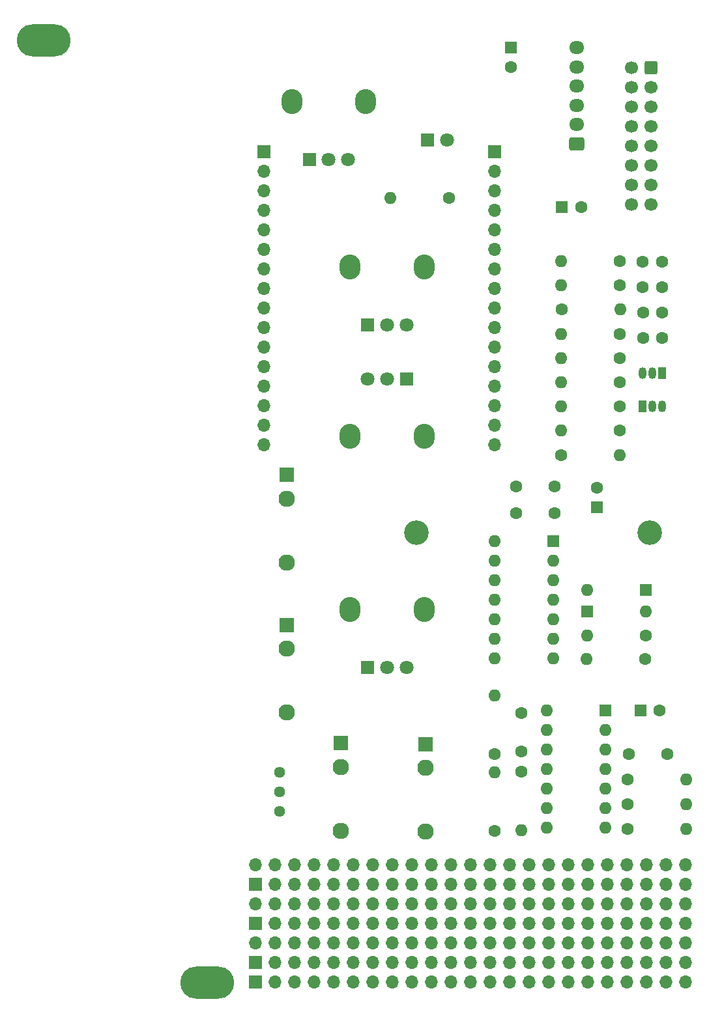
<source format=gbr>
%TF.GenerationSoftware,KiCad,Pcbnew,7.0.9*%
%TF.CreationDate,2023-12-08T22:38:07+01:00*%
%TF.ProjectId,MiniOSC-handscore,4d696e69-4f53-4432-9d68-616e6473636f,rev?*%
%TF.SameCoordinates,Original*%
%TF.FileFunction,Soldermask,Top*%
%TF.FilePolarity,Negative*%
%FSLAX46Y46*%
G04 Gerber Fmt 4.6, Leading zero omitted, Abs format (unit mm)*
G04 Created by KiCad (PCBNEW 7.0.9) date 2023-12-08 22:38:07*
%MOMM*%
%LPD*%
G01*
G04 APERTURE LIST*
G04 Aperture macros list*
%AMRoundRect*
0 Rectangle with rounded corners*
0 $1 Rounding radius*
0 $2 $3 $4 $5 $6 $7 $8 $9 X,Y pos of 4 corners*
0 Add a 4 corners polygon primitive as box body*
4,1,4,$2,$3,$4,$5,$6,$7,$8,$9,$2,$3,0*
0 Add four circle primitives for the rounded corners*
1,1,$1+$1,$2,$3*
1,1,$1+$1,$4,$5*
1,1,$1+$1,$6,$7*
1,1,$1+$1,$8,$9*
0 Add four rect primitives between the rounded corners*
20,1,$1+$1,$2,$3,$4,$5,0*
20,1,$1+$1,$4,$5,$6,$7,0*
20,1,$1+$1,$6,$7,$8,$9,0*
20,1,$1+$1,$8,$9,$2,$3,0*%
G04 Aperture macros list end*
%ADD10O,1.700000X1.700000*%
%ADD11R,1.700000X1.700000*%
%ADD12O,2.720000X3.240000*%
%ADD13R,1.800000X1.800000*%
%ADD14C,1.800000*%
%ADD15C,1.440000*%
%ADD16R,1.930000X1.830000*%
%ADD17C,2.130000*%
%ADD18C,1.600000*%
%ADD19O,1.600000X1.600000*%
%ADD20C,3.200000*%
%ADD21O,7.000000X4.200000*%
%ADD22RoundRect,0.250000X0.600000X0.600000X-0.600000X0.600000X-0.600000X-0.600000X0.600000X-0.600000X0*%
%ADD23C,1.700000*%
%ADD24R,1.600000X1.600000*%
%ADD25RoundRect,0.250000X0.725000X-0.600000X0.725000X0.600000X-0.725000X0.600000X-0.725000X-0.600000X0*%
%ADD26O,1.950000X1.700000*%
%ADD27R,1.050000X1.500000*%
%ADD28O,1.050000X1.500000*%
G04 APERTURE END LIST*
D10*
%TO.C,REF\u002A\u002A*%
X127762000Y-170434000D03*
X125222000Y-170434000D03*
X122682000Y-170434000D03*
X120142000Y-170434000D03*
X117602000Y-170434000D03*
X115062000Y-170434000D03*
X112522000Y-170434000D03*
X109982000Y-170434000D03*
X107442000Y-170434000D03*
X104902000Y-170434000D03*
X102362000Y-170434000D03*
X99822000Y-170434000D03*
X97282000Y-170434000D03*
X94742000Y-170434000D03*
X92202000Y-170434000D03*
X89662000Y-170434000D03*
X87122000Y-170434000D03*
X84582000Y-170434000D03*
X82042000Y-170434000D03*
X79502000Y-170434000D03*
X76962000Y-170434000D03*
X74422000Y-170434000D03*
D11*
X71882000Y-170434000D03*
%TD*%
D10*
%TO.C,REF\u002A\u002A*%
X127762000Y-160274000D03*
X127762000Y-162814000D03*
X125222000Y-160274000D03*
X125222000Y-162814000D03*
X122682000Y-160274000D03*
X122682000Y-162814000D03*
X120142000Y-160274000D03*
X120142000Y-162814000D03*
X117602000Y-160274000D03*
X117602000Y-162814000D03*
X115062000Y-160274000D03*
X115062000Y-162814000D03*
X112522000Y-160274000D03*
X112522000Y-162814000D03*
X109982000Y-160274000D03*
X109982000Y-162814000D03*
X107442000Y-160274000D03*
X107442000Y-162814000D03*
X104902000Y-160274000D03*
X104902000Y-162814000D03*
X102362000Y-160274000D03*
X102362000Y-162814000D03*
X99822000Y-160274000D03*
X99822000Y-162814000D03*
X97282000Y-160274000D03*
X97282000Y-162814000D03*
X94742000Y-160274000D03*
X94742000Y-162814000D03*
X92202000Y-160274000D03*
X92202000Y-162814000D03*
X89662000Y-160274000D03*
X89662000Y-162814000D03*
X87122000Y-160274000D03*
X87122000Y-162814000D03*
X84582000Y-160274000D03*
X84582000Y-162814000D03*
X82042000Y-160274000D03*
X82042000Y-162814000D03*
X79502000Y-160274000D03*
X79502000Y-162814000D03*
X76962000Y-160274000D03*
X76962000Y-162814000D03*
X74422000Y-160274000D03*
X74422000Y-162814000D03*
X71882000Y-160274000D03*
D11*
X71882000Y-162814000D03*
%TD*%
D10*
%TO.C,REF\u002A\u002A*%
X127762000Y-165354000D03*
X127762000Y-167894000D03*
X125222000Y-165354000D03*
X125222000Y-167894000D03*
X122682000Y-165354000D03*
X122682000Y-167894000D03*
X120142000Y-165354000D03*
X120142000Y-167894000D03*
X117602000Y-165354000D03*
X117602000Y-167894000D03*
X115062000Y-165354000D03*
X115062000Y-167894000D03*
X112522000Y-165354000D03*
X112522000Y-167894000D03*
X109982000Y-165354000D03*
X109982000Y-167894000D03*
X107442000Y-165354000D03*
X107442000Y-167894000D03*
X104902000Y-165354000D03*
X104902000Y-167894000D03*
X102362000Y-165354000D03*
X102362000Y-167894000D03*
X99822000Y-165354000D03*
X99822000Y-167894000D03*
X97282000Y-165354000D03*
X97282000Y-167894000D03*
X94742000Y-165354000D03*
X94742000Y-167894000D03*
X92202000Y-165354000D03*
X92202000Y-167894000D03*
X89662000Y-165354000D03*
X89662000Y-167894000D03*
X87122000Y-165354000D03*
X87122000Y-167894000D03*
X84582000Y-165354000D03*
X84582000Y-167894000D03*
X82042000Y-165354000D03*
X82042000Y-167894000D03*
X79502000Y-165354000D03*
X79502000Y-167894000D03*
X76962000Y-165354000D03*
X76962000Y-167894000D03*
X74422000Y-165354000D03*
X74422000Y-167894000D03*
X71882000Y-165354000D03*
D11*
X71882000Y-167894000D03*
%TD*%
%TO.C,REF\u002A\u002A*%
X71882000Y-157734000D03*
D10*
X71882000Y-155194000D03*
X74422000Y-157734000D03*
X74422000Y-155194000D03*
X76962000Y-157734000D03*
X76962000Y-155194000D03*
X79502000Y-157734000D03*
X79502000Y-155194000D03*
X82042000Y-157734000D03*
X82042000Y-155194000D03*
X84582000Y-157734000D03*
X84582000Y-155194000D03*
X87122000Y-157734000D03*
X87122000Y-155194000D03*
X89662000Y-157734000D03*
X89662000Y-155194000D03*
X92202000Y-157734000D03*
X92202000Y-155194000D03*
X94742000Y-157734000D03*
X94742000Y-155194000D03*
X97282000Y-157734000D03*
X97282000Y-155194000D03*
X99822000Y-157734000D03*
X99822000Y-155194000D03*
X102362000Y-157734000D03*
X102362000Y-155194000D03*
X104902000Y-157734000D03*
X104902000Y-155194000D03*
X107442000Y-157734000D03*
X107442000Y-155194000D03*
X109982000Y-157734000D03*
X109982000Y-155194000D03*
X112522000Y-157734000D03*
X112522000Y-155194000D03*
X115062000Y-157734000D03*
X115062000Y-155194000D03*
X117602000Y-157734000D03*
X117602000Y-155194000D03*
X120142000Y-157734000D03*
X120142000Y-155194000D03*
X122682000Y-157734000D03*
X122682000Y-155194000D03*
X125222000Y-157734000D03*
X125222000Y-155194000D03*
X127762000Y-157734000D03*
X127762000Y-155194000D03*
%TD*%
D12*
%TO.C,TUNING_FINE1*%
X84200000Y-77500000D03*
X93800000Y-77500000D03*
D13*
X86500000Y-85000000D03*
D14*
X89000000Y-85000000D03*
X91500000Y-85000000D03*
%TD*%
D12*
%TO.C,TUNING_COARSE1*%
X76600000Y-56000000D03*
X86200000Y-56000000D03*
D13*
X78900000Y-63500000D03*
D14*
X81400000Y-63500000D03*
X83900000Y-63500000D03*
%TD*%
D15*
%TO.C,SCALE1*%
X75000000Y-148250000D03*
X75000000Y-145710000D03*
X75000000Y-143170000D03*
%TD*%
D16*
%TO.C,J6*%
X83000000Y-139400000D03*
D17*
X83000000Y-150800000D03*
X83000000Y-142500000D03*
%TD*%
D16*
%TO.C,J5*%
X94000000Y-139500000D03*
D17*
X94000000Y-150900000D03*
X94000000Y-142600000D03*
%TD*%
D16*
%TO.C,J4*%
X76000000Y-104500000D03*
D17*
X76000000Y-115900000D03*
X76000000Y-107600000D03*
%TD*%
D16*
%TO.C,J3*%
X76000000Y-124000000D03*
D17*
X76000000Y-135400000D03*
X76000000Y-127100000D03*
%TD*%
D12*
%TO.C,FM_AMOUNT1*%
X93800000Y-99500000D03*
X84200000Y-99500000D03*
D13*
X91500000Y-92000000D03*
D14*
X89000000Y-92000000D03*
X86500000Y-92000000D03*
%TD*%
D12*
%TO.C,PULSE_WIDTH1*%
X84200000Y-122000000D03*
X93800000Y-122000000D03*
D13*
X86500000Y-129500000D03*
D14*
X89000000Y-129500000D03*
X91500000Y-129500000D03*
%TD*%
D13*
%TO.C,D3*%
X94250000Y-61000000D03*
D14*
X96790000Y-61000000D03*
%TD*%
D18*
%TO.C,R18*%
X97000000Y-68500000D03*
D19*
X89380000Y-68500000D03*
%TD*%
D11*
%TO.C,J1*%
X103000000Y-62500000D03*
D10*
X103000000Y-65040000D03*
X103000000Y-67580000D03*
X103000000Y-70120000D03*
X103000000Y-72660000D03*
X103000000Y-75200000D03*
X103000000Y-77740000D03*
X103000000Y-80280000D03*
X103000000Y-82820000D03*
X103000000Y-85360000D03*
X103000000Y-87900000D03*
X103000000Y-90440000D03*
X103000000Y-92980000D03*
X103000000Y-95520000D03*
X103000000Y-98060000D03*
X103000000Y-100600000D03*
%TD*%
D20*
%TO.C,REF\u002A\u002A*%
X123100000Y-112000000D03*
%TD*%
%TO.C,REF\u002A\u002A*%
X92800000Y-112000000D03*
%TD*%
D21*
%TO.C,REF\u002A\u002A*%
X44400000Y-48000000D03*
%TD*%
%TO.C,REF\u002A\u002A*%
X65600000Y-170500000D03*
%TD*%
D18*
%TO.C,C7*%
X120400000Y-140800000D03*
X125400000Y-140800000D03*
%TD*%
D11*
%TO.C,J2*%
X73000000Y-62500000D03*
D10*
X73000000Y-65040000D03*
X73000000Y-67580000D03*
X73000000Y-70120000D03*
X73000000Y-72660000D03*
X73000000Y-75200000D03*
X73000000Y-77740000D03*
X73000000Y-80280000D03*
X73000000Y-82820000D03*
X73000000Y-85360000D03*
X73000000Y-87900000D03*
X73000000Y-90440000D03*
X73000000Y-92980000D03*
X73000000Y-95520000D03*
X73000000Y-98060000D03*
X73000000Y-100600000D03*
%TD*%
D18*
%TO.C,C6*%
X105800000Y-109500000D03*
X110800000Y-109500000D03*
%TD*%
%TO.C,R7*%
X106400000Y-143100000D03*
D19*
X106400000Y-150720000D03*
%TD*%
D18*
%TO.C,TH4*%
X124700000Y-76800000D03*
X122200000Y-76800000D03*
%TD*%
D22*
%TO.C,J8*%
X123300000Y-51600000D03*
D23*
X120760000Y-51600000D03*
X123300000Y-54140000D03*
X120760000Y-54140000D03*
X123300000Y-56680000D03*
X120760000Y-56680000D03*
X123300000Y-59220000D03*
X120760000Y-59220000D03*
X123300000Y-61760000D03*
X120760000Y-61760000D03*
X123300000Y-64300000D03*
X120760000Y-64300000D03*
X123300000Y-66840000D03*
X120760000Y-66840000D03*
X123300000Y-69380000D03*
X120760000Y-69380000D03*
%TD*%
D18*
%TO.C,R11*%
X119250000Y-95600000D03*
D19*
X111630000Y-95600000D03*
%TD*%
D24*
%TO.C,C2*%
X121900000Y-135100000D03*
D18*
X124400000Y-135100000D03*
%TD*%
%TO.C,R1*%
X119250000Y-89300000D03*
D19*
X111630000Y-89300000D03*
%TD*%
D18*
%TO.C,R14*%
X120200000Y-147300000D03*
D19*
X127820000Y-147300000D03*
%TD*%
D18*
%TO.C,TH3*%
X122200000Y-80100000D03*
X124700000Y-80100000D03*
%TD*%
D25*
%TO.C,J7*%
X113600000Y-61450000D03*
D26*
X113600000Y-58950000D03*
X113600000Y-56450000D03*
X113600000Y-53950000D03*
X113600000Y-51450000D03*
X113600000Y-48950000D03*
%TD*%
D18*
%TO.C,R2*%
X119250000Y-86150000D03*
D19*
X111630000Y-86150000D03*
%TD*%
D24*
%TO.C,U1*%
X117400000Y-135100000D03*
D19*
X117400000Y-137640000D03*
X117400000Y-140180000D03*
X117400000Y-142720000D03*
X117400000Y-145260000D03*
X117400000Y-147800000D03*
X117400000Y-150340000D03*
X109780000Y-150340000D03*
X109780000Y-147800000D03*
X109780000Y-145260000D03*
X109780000Y-142720000D03*
X109780000Y-140180000D03*
X109780000Y-137640000D03*
X109780000Y-135100000D03*
%TD*%
D18*
%TO.C,C1*%
X110800000Y-106000000D03*
X105800000Y-106000000D03*
%TD*%
%TO.C,R8*%
X122600000Y-125350000D03*
D19*
X114980000Y-125350000D03*
%TD*%
D18*
%TO.C,R6*%
X119250000Y-92450000D03*
D19*
X111630000Y-92450000D03*
%TD*%
D24*
%TO.C,C3*%
X116300000Y-108700000D03*
D18*
X116300000Y-106200000D03*
%TD*%
D24*
%TO.C,U2*%
X110600000Y-113100000D03*
D19*
X110600000Y-115640000D03*
X110600000Y-118180000D03*
X110600000Y-120720000D03*
X110600000Y-123260000D03*
X110600000Y-125800000D03*
X110600000Y-128340000D03*
X102980000Y-128340000D03*
X102980000Y-125800000D03*
X102980000Y-123260000D03*
X102980000Y-120720000D03*
X102980000Y-118180000D03*
X102980000Y-115640000D03*
X102980000Y-113100000D03*
%TD*%
D18*
%TO.C,R5*%
X111650000Y-83000000D03*
D19*
X119270000Y-83000000D03*
%TD*%
D18*
%TO.C,R16*%
X103000000Y-140800000D03*
D19*
X103000000Y-133180000D03*
%TD*%
D27*
%TO.C,Q1*%
X124700000Y-91300000D03*
D28*
X123430000Y-91300000D03*
X122160000Y-91300000D03*
%TD*%
D18*
%TO.C,R3*%
X119250000Y-79850000D03*
D19*
X111630000Y-79850000D03*
%TD*%
D18*
%TO.C,R13*%
X120200000Y-144100000D03*
D19*
X127820000Y-144100000D03*
%TD*%
D18*
%TO.C,TH1*%
X124750000Y-86700000D03*
X122250000Y-86700000D03*
%TD*%
%TO.C,R4*%
X119250000Y-76700000D03*
D19*
X111630000Y-76700000D03*
%TD*%
D18*
%TO.C,TH2*%
X124750000Y-83400000D03*
X122250000Y-83400000D03*
%TD*%
D27*
%TO.C,Q2*%
X122200000Y-95600000D03*
D28*
X123470000Y-95600000D03*
X124740000Y-95600000D03*
%TD*%
D24*
%TO.C,C4*%
X111700000Y-69700000D03*
D18*
X114200000Y-69700000D03*
%TD*%
D24*
%TO.C,C5*%
X105100000Y-48950000D03*
D18*
X105100000Y-51450000D03*
%TD*%
%TO.C,R10*%
X111600000Y-101900000D03*
D19*
X119220000Y-101900000D03*
%TD*%
D18*
%TO.C,R9*%
X122550000Y-128450000D03*
D19*
X114930000Y-128450000D03*
%TD*%
D24*
%TO.C,D2*%
X115000000Y-122300000D03*
D19*
X122620000Y-122300000D03*
%TD*%
D18*
%TO.C,R12*%
X119250000Y-98750000D03*
D19*
X111630000Y-98750000D03*
%TD*%
D18*
%TO.C,C8*%
X106400000Y-135500000D03*
X106400000Y-140500000D03*
%TD*%
%TO.C,R17*%
X103000000Y-150800000D03*
D19*
X103000000Y-143180000D03*
%TD*%
D18*
%TO.C,R15*%
X120200000Y-150500000D03*
D19*
X127820000Y-150500000D03*
%TD*%
D24*
%TO.C,D1*%
X122600000Y-119500000D03*
D19*
X114980000Y-119500000D03*
%TD*%
M02*

</source>
